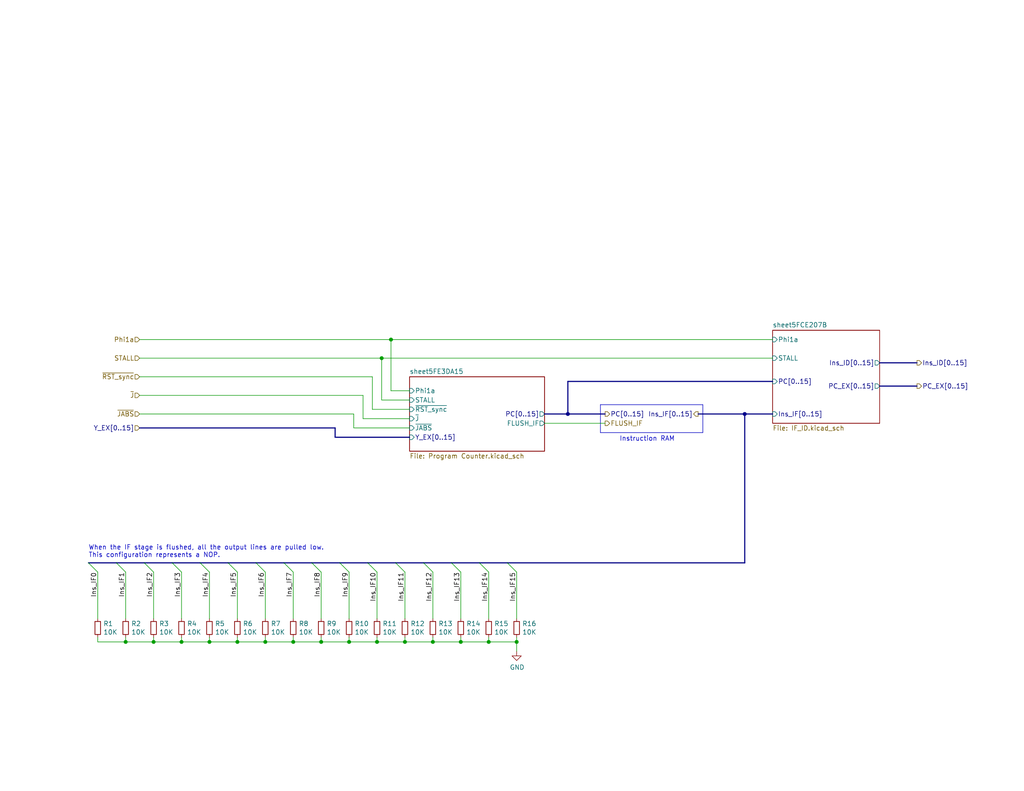
<source format=kicad_sch>
(kicad_sch (version 20250114) (generator "eeschema") (generator_version "9.0")
  (paper "USLetter")
  (title_block (title "IF") (date "2023-11-25") (rev "A"))
  (lib_symbols
    (symbol "Device:R_Small" (pin_numbers (hide yes)) (pin_names (offset 0.254) (hide yes))
      (property "Reference" "R" (at 0.762 0.508 0))
      (property "Value" "R_Small" (at 0.762 -1.016 0))
      (symbol "R_Small_0_1"
        (rectangle (start -0.762 1.778) (end 0.762 -1.778) (stroke (width 0.2032)))
      )
      (symbol "R_Small_1_1"
        (pin passive line (at 0 2.54 270) (length 0.762) (name "~") (number "1"))
        (pin passive line (at 0 -2.54 90) (length 0.762) (name "~") (number "2"))
      )
    )
    (symbol "power:GND" (power) (pin_names (offset 0))
      (property "Value" "GND" (at 0 -3.81 0))
      (symbol "GND_0_1"
        (polyline (pts (xy 0 0) (xy 0 -1.27) (xy 1.27 -1.27) (xy 0 -2.54) (xy -1.27 -1.27) (xy 0 -1.27)))
      )
      (symbol "GND_1_1"
        (pin power_in line (at 0 0 270) (length 0) (hide yes) (name "GND") (number "1"))
      )
    )
  )
  (text "Instruction RAM" (at 184.15 120.65 0) (effects (font (size 1.27 1.27)) (justify right bottom)))
  (text "When the IF stage is flushed, all the output lines are pulled low.\nThis configuration represents a NOP." (at 24.13 152.4 0) (effects (font (size 1.27 1.27)) (justify left bottom)))
  (junction (at 64.77 175.26))
  (junction (at 80.01 175.26))
  (junction (at 87.63 175.26))
  (junction (at 203.2 113.03))
  (junction (at 102.87 175.26))
  (junction (at 57.15 175.26))
  (junction (at 104.14 97.79))
  (junction (at 125.73 175.26))
  (junction (at 72.39 175.26))
  (junction (at 106.68 92.71))
  (junction (at 154.94 113.03))
  (junction (at 34.29 175.26))
  (junction (at 133.35 175.26))
  (junction (at 110.49 175.26))
  (junction (at 49.53 175.26))
  (junction (at 95.25 175.26))
  (junction (at 140.97 175.26))
  (junction (at 118.11 175.26))
  (junction (at 41.91 175.26))
  (bus_entry (at 57.15 156.21) (size -2.54 -2.54))
  (bus_entry (at 87.63 156.21) (size -2.54 -2.54))
  (bus_entry (at 140.97 156.21) (size -2.54 -2.54))
  (bus_entry (at 102.87 156.21) (size -2.54 -2.54))
  (bus_entry (at 95.25 156.21) (size -2.54 -2.54))
  (bus_entry (at 41.91 156.21) (size -2.54 -2.54))
  (bus_entry (at 80.01 156.21) (size -2.54 -2.54))
  (bus_entry (at 118.11 156.21) (size -2.54 -2.54))
  (bus_entry (at 64.77 156.21) (size -2.54 -2.54))
  (bus_entry (at 133.35 156.21) (size -2.54 -2.54))
  (bus_entry (at 125.73 156.21) (size -2.54 -2.54))
  (bus_entry (at 34.29 156.21) (size -2.54 -2.54))
  (bus_entry (at 26.67 156.21) (size -2.54 -2.54))
  (bus_entry (at 49.53 156.21) (size -2.54 -2.54))
  (bus_entry (at 110.49 156.21) (size -2.54 -2.54))
  (bus_entry (at 72.39 156.21) (size -2.54 -2.54))
  (bus (pts (xy 148.59 113.03) (xy 154.94 113.03)))
  (bus (pts (xy 107.95 153.67) (xy 115.57 153.67)))
  (wire (pts (xy 41.91 175.26) (xy 41.91 173.99)))
  (bus (pts (xy 115.57 153.67) (xy 123.19 153.67)))
  (wire (pts (xy 26.67 156.21) (xy 26.67 168.91)))
  (wire (pts (xy 106.68 92.71) (xy 210.82 92.71)))
  (wire (pts (xy 118.11 156.21) (xy 118.11 168.91)))
  (wire (pts (xy 140.97 175.26) (xy 133.35 175.26)))
  (wire (pts (xy 125.73 175.26) (xy 125.73 173.99)))
  (bus (pts (xy 92.71 153.67) (xy 100.33 153.67)))
  (polyline (pts (xy 191.77 110.49) (xy 163.83 110.49)))
  (bus (pts (xy 154.94 104.14) (xy 210.82 104.14)))
  (bus (pts (xy 62.23 153.67) (xy 69.85 153.67)))
  (bus (pts (xy 77.47 153.67) (xy 85.09 153.67)))
  (wire (pts (xy 38.1 107.95) (xy 99.06 107.95)))
  (wire (pts (xy 87.63 156.21) (xy 87.63 168.91)))
  (bus (pts (xy 85.09 153.67) (xy 92.71 153.67)))
  (wire (pts (xy 49.53 175.26) (xy 49.53 173.99)))
  (wire (pts (xy 133.35 175.26) (xy 133.35 173.99)))
  (polyline (pts (xy 163.83 118.11) (xy 191.77 118.11)))
  (wire (pts (xy 102.87 175.26) (xy 102.87 173.99)))
  (bus (pts (xy 250.19 105.41) (xy 240.03 105.41)))
  (bus (pts (xy 111.76 119.38) (xy 91.44 119.38)))
  (wire (pts (xy 101.6 111.76) (xy 101.6 102.87)))
  (wire (pts (xy 102.87 175.26) (xy 95.25 175.26)))
  (wire (pts (xy 148.59 115.57) (xy 165.1 115.57)))
  (wire (pts (xy 95.25 156.21) (xy 95.25 168.91)))
  (wire (pts (xy 26.67 175.26) (xy 26.67 173.99)))
  (wire (pts (xy 95.25 175.26) (xy 87.63 175.26)))
  (wire (pts (xy 110.49 156.21) (xy 110.49 168.91)))
  (wire (pts (xy 72.39 156.21) (xy 72.39 168.91)))
  (wire (pts (xy 38.1 97.79) (xy 104.14 97.79)))
  (wire (pts (xy 87.63 175.26) (xy 87.63 173.99)))
  (wire (pts (xy 210.82 97.79) (xy 104.14 97.79)))
  (wire (pts (xy 57.15 175.26) (xy 49.53 175.26)))
  (wire (pts (xy 38.1 102.87) (xy 101.6 102.87)))
  (wire (pts (xy 41.91 175.26) (xy 34.29 175.26)))
  (bus (pts (xy 123.19 153.67) (xy 130.81 153.67)))
  (bus (pts (xy 138.43 153.67) (xy 203.2 153.67)))
  (wire (pts (xy 133.35 175.26) (xy 125.73 175.26)))
  (wire (pts (xy 64.77 175.26) (xy 64.77 173.99)))
  (wire (pts (xy 118.11 175.26) (xy 118.11 173.99)))
  (wire (pts (xy 80.01 175.26) (xy 72.39 175.26)))
  (wire (pts (xy 64.77 175.26) (xy 57.15 175.26)))
  (wire (pts (xy 95.25 175.26) (xy 95.25 173.99)))
  (bus (pts (xy 203.2 113.03) (xy 210.82 113.03)))
  (wire (pts (xy 110.49 175.26) (xy 110.49 173.99)))
  (wire (pts (xy 111.76 114.3) (xy 99.06 114.3)))
  (polyline (pts (xy 163.83 110.49) (xy 163.83 118.11)))
  (wire (pts (xy 57.15 156.21) (xy 57.15 168.91)))
  (bus (pts (xy 190.5 113.03) (xy 203.2 113.03)))
  (wire (pts (xy 38.1 113.03) (xy 96.52 113.03)))
  (wire (pts (xy 34.29 175.26) (xy 34.29 173.99)))
  (wire (pts (xy 80.01 175.26) (xy 80.01 173.99)))
  (wire (pts (xy 111.76 109.22) (xy 104.14 109.22)))
  (wire (pts (xy 110.49 175.26) (xy 102.87 175.26)))
  (bus (pts (xy 91.44 116.84) (xy 38.1 116.84)))
  (bus (pts (xy 46.99 153.67) (xy 54.61 153.67)))
  (wire (pts (xy 34.29 156.21) (xy 34.29 168.91)))
  (wire (pts (xy 49.53 175.26) (xy 41.91 175.26)))
  (wire (pts (xy 111.76 116.84) (xy 96.52 116.84)))
  (wire (pts (xy 64.77 156.21) (xy 64.77 168.91)))
  (polyline (pts (xy 191.77 118.11) (xy 191.77 110.49)))
  (wire (pts (xy 96.52 116.84) (xy 96.52 113.03)))
  (wire (pts (xy 140.97 156.21) (xy 140.97 168.91)))
  (wire (pts (xy 140.97 175.26) (xy 140.97 173.99)))
  (wire (pts (xy 80.01 156.21) (xy 80.01 168.91)))
  (wire (pts (xy 111.76 111.76) (xy 101.6 111.76)))
  (wire (pts (xy 72.39 175.26) (xy 72.39 173.99)))
  (wire (pts (xy 111.76 106.68) (xy 106.68 106.68)))
  (wire (pts (xy 72.39 175.26) (xy 64.77 175.26)))
  (bus (pts (xy 54.61 153.67) (xy 62.23 153.67)))
  (wire (pts (xy 38.1 92.71) (xy 106.68 92.71)))
  (bus (pts (xy 203.2 153.67) (xy 203.2 113.03)))
  (wire (pts (xy 125.73 175.26) (xy 118.11 175.26)))
  (bus (pts (xy 240.03 99.06) (xy 250.19 99.06)))
  (wire (pts (xy 102.87 156.21) (xy 102.87 168.91)))
  (wire (pts (xy 87.63 175.26) (xy 80.01 175.26)))
  (bus (pts (xy 91.44 119.38) (xy 91.44 116.84)))
  (bus (pts (xy 69.85 153.67) (xy 77.47 153.67)))
  (wire (pts (xy 57.15 175.26) (xy 57.15 173.99)))
  (bus (pts (xy 130.81 153.67) (xy 138.43 153.67)))
  (wire (pts (xy 125.73 156.21) (xy 125.73 168.91)))
  (wire (pts (xy 99.06 114.3) (xy 99.06 107.95)))
  (wire (pts (xy 133.35 156.21) (xy 133.35 168.91)))
  (wire (pts (xy 41.91 156.21) (xy 41.91 168.91)))
  (bus (pts (xy 100.33 153.67) (xy 107.95 153.67)))
  (bus (pts (xy 24.13 153.67) (xy 31.75 153.67)))
  (bus (pts (xy 165.1 113.03) (xy 154.94 113.03)))
  (wire (pts (xy 140.97 177.8) (xy 140.97 175.26)))
  (bus (pts (xy 39.37 153.67) (xy 46.99 153.67)))
  (wire (pts (xy 34.29 175.26) (xy 26.67 175.26)))
  (bus (pts (xy 31.75 153.67) (xy 39.37 153.67)))
  (wire (pts (xy 49.53 156.21) (xy 49.53 168.91)))
  (wire (pts (xy 104.14 97.79) (xy 104.14 109.22)))
  (bus (pts (xy 154.94 113.03) (xy 154.94 104.14)))
  (wire (pts (xy 118.11 175.26) (xy 110.49 175.26)))
  (wire (pts (xy 106.68 92.71) (xy 106.68 106.68)))
  (label "Ins_IF11" (at 110.49 156.21 270))
  (label "Ins_IF13" (at 125.73 156.21 270))
  (label "Ins_IF6" (at 72.39 156.21 270))
  (label "Ins_IF12" (at 118.11 156.21 270))
  (label "Ins_IF14" (at 133.35 156.21 270))
  (label "Ins_IF1" (at 34.29 156.21 270))
  (label "Ins_IF10" (at 102.87 156.21 270))
  (label "Ins_IF5" (at 64.77 156.21 270))
  (label "Ins_IF0" (at 26.67 156.21 270))
  (label "Ins_IF8" (at 87.63 156.21 270))
  (label "Ins_IF9" (at 95.25 156.21 270))
  (label "Ins_IF7" (at 80.01 156.21 270))
  (label "Ins_IF3" (at 49.53 156.21 270))
  (label "Ins_IF15" (at 140.97 156.21 270))
  (label "Ins_IF2" (at 41.91 156.21 270))
  (label "Ins_IF4" (at 57.15 156.21 270))
  (hierarchical_label "Phi1a" (shape input) (at 38.1 92.71 180))
  (hierarchical_label "~{RST_sync}" (shape input) (at 38.1 102.87 180))
  (hierarchical_label "~{J}" (shape input) (at 38.1 107.95 180))
  (hierarchical_label "Ins_IF[0..15]" (shape output) (at 190.5 113.03 180))
  (hierarchical_label "PC[0..15]" (shape output) (at 165.1 113.03 0))
  (hierarchical_label "STALL" (shape input) (at 38.1 97.79 180))
  (hierarchical_label "PC_EX[0..15]" (shape output) (at 250.19 105.41 0))
  (hierarchical_label "Y_EX[0..15]" (shape input) (at 38.1 116.84 180))
  (hierarchical_label "~{JABS}" (shape input) (at 38.1 113.03 180))
  (hierarchical_label "Ins_ID[0..15]" (shape output) (at 250.19 99.06 0))
  (hierarchical_label "FLUSH_IF" (shape output) (at 165.1 115.57 0))
  (symbol (lib_id "Device:R_Small") (at 133.35 171.45 0) (unit 1)
    (property "Reference" "R15" (at 134.8486 170.2816 0) (effects (justify left)))
    (property "Value" "10K" (at 134.8486 172.593 0) (effects (justify left)))
    (property "Footprint" "Resistor_SMD:R_0603_1608Metric" (effects (hide yes)))
    (property "Datasheet" "https://www.mouser.com/datasheet/2/54/cr-1858361.pdf" (effects (hide yes)))
    (property "Manufacturer" "Bourns" (effects (hide yes)))
    (property "Manufacturer#" "CR0603-FX-1002ELF" (effects (hide yes)))
    (property "Mouser#" "652-CR0603FX-1002ELF" (effects (hide yes)))
    (property "Digikey#" "CR0603-FX-1002ELFCT-N" (effects (hide yes)))
  )
  (symbol (lib_id "Device:R_Small") (at 64.77 171.45 0) (unit 1)
    (property "Reference" "R6" (at 66.2686 170.2816 0) (effects (justify left)))
    (property "Value" "10K" (at 66.2686 172.593 0) (effects (justify left)))
    (property "Footprint" "Resistor_SMD:R_0603_1608Metric" (effects (hide yes)))
    (property "Datasheet" "https://www.mouser.com/datasheet/2/54/cr-1858361.pdf" (effects (hide yes)))
    (property "Manufacturer" "Bourns" (effects (hide yes)))
    (property "Manufacturer#" "CR0603-FX-1002ELF" (effects (hide yes)))
    (property "Mouser#" "652-CR0603FX-1002ELF" (effects (hide yes)))
    (property "Digikey#" "CR0603-FX-1002ELFCT-N" (effects (hide yes)))
  )
  (symbol (lib_id "Device:R_Small") (at 110.49 171.45 0) (unit 1)
    (property "Reference" "R12" (at 111.9886 170.2816 0) (effects (justify left)))
    (property "Value" "10K" (at 111.9886 172.593 0) (effects (justify left)))
    (property "Footprint" "Resistor_SMD:R_0603_1608Metric" (effects (hide yes)))
    (property "Datasheet" "https://www.mouser.com/datasheet/2/54/cr-1858361.pdf" (effects (hide yes)))
    (property "Manufacturer" "Bourns" (effects (hide yes)))
    (property "Manufacturer#" "CR0603-FX-1002ELF" (effects (hide yes)))
    (property "Mouser#" "652-CR0603FX-1002ELF" (effects (hide yes)))
    (property "Digikey#" "CR0603-FX-1002ELFCT-N" (effects (hide yes)))
  )
  (symbol (lib_id "Device:R_Small") (at 95.25 171.45 0) (unit 1)
    (property "Reference" "R10" (at 96.7486 170.2816 0) (effects (justify left)))
    (property "Value" "10K" (at 96.7486 172.593 0) (effects (justify left)))
    (property "Footprint" "Resistor_SMD:R_0603_1608Metric" (effects (hide yes)))
    (property "Datasheet" "https://www.mouser.com/datasheet/2/54/cr-1858361.pdf" (effects (hide yes)))
    (property "Manufacturer" "Bourns" (effects (hide yes)))
    (property "Manufacturer#" "CR0603-FX-1002ELF" (effects (hide yes)))
    (property "Mouser#" "652-CR0603FX-1002ELF" (effects (hide yes)))
    (property "Digikey#" "CR0603-FX-1002ELFCT-N" (effects (hide yes)))
  )
  (symbol (lib_id "Device:R_Small") (at 118.11 171.45 0) (unit 1)
    (property "Reference" "R13" (at 119.6086 170.2816 0) (effects (justify left)))
    (property "Value" "10K" (at 119.6086 172.593 0) (effects (justify left)))
    (property "Footprint" "Resistor_SMD:R_0603_1608Metric" (effects (hide yes)))
    (property "Datasheet" "https://www.mouser.com/datasheet/2/54/cr-1858361.pdf" (effects (hide yes)))
    (property "Manufacturer" "Bourns" (effects (hide yes)))
    (property "Manufacturer#" "CR0603-FX-1002ELF" (effects (hide yes)))
    (property "Mouser#" "652-CR0603FX-1002ELF" (effects (hide yes)))
    (property "Digikey#" "CR0603-FX-1002ELFCT-N" (effects (hide yes)))
  )
  (symbol (lib_id "Device:R_Small") (at 87.63 171.45 0) (unit 1)
    (property "Reference" "R9" (at 89.1286 170.2816 0) (effects (justify left)))
    (property "Value" "10K" (at 89.1286 172.593 0) (effects (justify left)))
    (property "Footprint" "Resistor_SMD:R_0603_1608Metric" (effects (hide yes)))
    (property "Datasheet" "https://www.mouser.com/datasheet/2/54/cr-1858361.pdf" (effects (hide yes)))
    (property "Manufacturer" "Bourns" (effects (hide yes)))
    (property "Manufacturer#" "CR0603-FX-1002ELF" (effects (hide yes)))
    (property "Mouser#" "652-CR0603FX-1002ELF" (effects (hide yes)))
    (property "Digikey#" "CR0603-FX-1002ELFCT-N" (effects (hide yes)))
  )
  (symbol (lib_id "Device:R_Small") (at 57.15 171.45 0) (unit 1)
    (property "Reference" "R5" (at 58.6486 170.2816 0) (effects (justify left)))
    (property "Value" "10K" (at 58.6486 172.593 0) (effects (justify left)))
    (property "Footprint" "Resistor_SMD:R_0603_1608Metric" (effects (hide yes)))
    (property "Datasheet" "https://www.mouser.com/datasheet/2/54/cr-1858361.pdf" (effects (hide yes)))
    (property "Manufacturer" "Bourns" (effects (hide yes)))
    (property "Manufacturer#" "CR0603-FX-1002ELF" (effects (hide yes)))
    (property "Mouser#" "652-CR0603FX-1002ELF" (effects (hide yes)))
    (property "Digikey#" "CR0603-FX-1002ELFCT-N" (effects (hide yes)))
  )
  (symbol (lib_id "Device:R_Small") (at 102.87 171.45 0) (unit 1)
    (property "Reference" "R11" (at 104.3686 170.2816 0) (effects (justify left)))
    (property "Value" "10K" (at 104.3686 172.593 0) (effects (justify left)))
    (property "Footprint" "Resistor_SMD:R_0603_1608Metric" (effects (hide yes)))
    (property "Datasheet" "https://www.mouser.com/datasheet/2/54/cr-1858361.pdf" (effects (hide yes)))
    (property "Manufacturer" "Bourns" (effects (hide yes)))
    (property "Manufacturer#" "CR0603-FX-1002ELF" (effects (hide yes)))
    (property "Mouser#" "652-CR0603FX-1002ELF" (effects (hide yes)))
    (property "Digikey#" "CR0603-FX-1002ELFCT-N" (effects (hide yes)))
  )
  (symbol (lib_id "Device:R_Small") (at 41.91 171.45 0) (unit 1)
    (property "Reference" "R3" (at 43.4086 170.2816 0) (effects (justify left)))
    (property "Value" "10K" (at 43.4086 172.593 0) (effects (justify left)))
    (property "Footprint" "Resistor_SMD:R_0603_1608Metric" (effects (hide yes)))
    (property "Datasheet" "https://www.mouser.com/datasheet/2/54/cr-1858361.pdf" (effects (hide yes)))
    (property "Manufacturer" "Bourns" (effects (hide yes)))
    (property "Manufacturer#" "CR0603-FX-1002ELF" (effects (hide yes)))
    (property "Mouser#" "652-CR0603FX-1002ELF" (effects (hide yes)))
    (property "Digikey#" "CR0603-FX-1002ELFCT-N" (effects (hide yes)))
  )
  (symbol (lib_id "Device:R_Small") (at 72.39 171.45 0) (unit 1)
    (property "Reference" "R7" (at 73.8886 170.2816 0) (effects (justify left)))
    (property "Value" "10K" (at 73.8886 172.593 0) (effects (justify left)))
    (property "Footprint" "Resistor_SMD:R_0603_1608Metric" (effects (hide yes)))
    (property "Datasheet" "https://www.mouser.com/datasheet/2/54/cr-1858361.pdf" (effects (hide yes)))
    (property "Manufacturer" "Bourns" (effects (hide yes)))
    (property "Manufacturer#" "CR0603-FX-1002ELF" (effects (hide yes)))
    (property "Mouser#" "652-CR0603FX-1002ELF" (effects (hide yes)))
    (property "Digikey#" "CR0603-FX-1002ELFCT-N" (effects (hide yes)))
  )
  (symbol (lib_id "Device:R_Small") (at 49.53 171.45 0) (unit 1)
    (property "Reference" "R4" (at 51.0286 170.2816 0) (effects (justify left)))
    (property "Value" "10K" (at 51.0286 172.593 0) (effects (justify left)))
    (property "Footprint" "Resistor_SMD:R_0603_1608Metric" (effects (hide yes)))
    (property "Datasheet" "https://www.mouser.com/datasheet/2/54/cr-1858361.pdf" (effects (hide yes)))
    (property "Manufacturer" "Bourns" (effects (hide yes)))
    (property "Manufacturer#" "CR0603-FX-1002ELF" (effects (hide yes)))
    (property "Mouser#" "652-CR0603FX-1002ELF" (effects (hide yes)))
    (property "Digikey#" "CR0603-FX-1002ELFCT-N" (effects (hide yes)))
  )
  (symbol (lib_id "Device:R_Small") (at 34.29 171.45 0) (unit 1)
    (property "Reference" "R2" (at 35.7886 170.2816 0) (effects (justify left)))
    (property "Value" "10K" (at 35.7886 172.593 0) (effects (justify left)))
    (property "Footprint" "Resistor_SMD:R_0603_1608Metric" (effects (hide yes)))
    (property "Datasheet" "https://www.mouser.com/datasheet/2/54/cr-1858361.pdf" (effects (hide yes)))
    (property "Manufacturer" "Bourns" (effects (hide yes)))
    (property "Manufacturer#" "CR0603-FX-1002ELF" (effects (hide yes)))
    (property "Mouser#" "652-CR0603FX-1002ELF" (effects (hide yes)))
    (property "Digikey#" "CR0603-FX-1002ELFCT-N" (effects (hide yes)))
  )
  (symbol (lib_id "power:GND") (at 140.97 177.8 0) (unit 1)
    (property "Reference" "#PWR0335" (effects (hide yes)))
    (property "Value" "GND" (at 141.097 182.1942 0))
  )
  (symbol (lib_id "Device:R_Small") (at 80.01 171.45 0) (unit 1)
    (property "Reference" "R8" (at 81.5086 170.2816 0) (effects (justify left)))
    (property "Value" "10K" (at 81.5086 172.593 0) (effects (justify left)))
    (property "Footprint" "Resistor_SMD:R_0603_1608Metric" (effects (hide yes)))
    (property "Datasheet" "https://www.mouser.com/datasheet/2/54/cr-1858361.pdf" (effects (hide yes)))
    (property "Manufacturer" "Bourns" (effects (hide yes)))
    (property "Manufacturer#" "CR0603-FX-1002ELF" (effects (hide yes)))
    (property "Mouser#" "652-CR0603FX-1002ELF" (effects (hide yes)))
    (property "Digikey#" "CR0603-FX-1002ELFCT-N" (effects (hide yes)))
  )
  (symbol (lib_id "Device:R_Small") (at 125.73 171.45 0) (unit 1)
    (property "Reference" "R14" (at 127.2286 170.2816 0) (effects (justify left)))
    (property "Value" "10K" (at 127.2286 172.593 0) (effects (justify left)))
    (property "Footprint" "Resistor_SMD:R_0603_1608Metric" (effects (hide yes)))
    (property "Datasheet" "https://www.mouser.com/datasheet/2/54/cr-1858361.pdf" (effects (hide yes)))
    (property "Manufacturer" "Bourns" (effects (hide yes)))
    (property "Manufacturer#" "CR0603-FX-1002ELF" (effects (hide yes)))
    (property "Mouser#" "652-CR0603FX-1002ELF" (effects (hide yes)))
    (property "Digikey#" "CR0603-FX-1002ELFCT-N" (effects (hide yes)))
  )
  (symbol (lib_id "Device:R_Small") (at 26.67 171.45 0) (unit 1)
    (property "Reference" "R1" (at 28.1686 170.2816 0) (effects (justify left)))
    (property "Value" "10K" (at 28.1686 172.593 0) (effects (justify left)))
    (property "Footprint" "Resistor_SMD:R_0603_1608Metric" (effects (hide yes)))
    (property "Datasheet" "https://www.mouser.com/datasheet/2/54/cr-1858361.pdf" (effects (hide yes)))
    (property "Manufacturer" "Bourns" (effects (hide yes)))
    (property "Manufacturer#" "CR0603-FX-1002ELF" (effects (hide yes)))
    (property "Mouser#" "652-CR0603FX-1002ELF" (effects (hide yes)))
    (property "Digikey#" "CR0603-FX-1002ELFCT-N" (effects (hide yes)))
  )
  (symbol (lib_id "Device:R_Small") (at 140.97 171.45 0) (unit 1)
    (property "Reference" "R16" (at 142.4686 170.2816 0) (effects (justify left)))
    (property "Value" "10K" (at 142.4686 172.593 0) (effects (justify left)))
    (property "Footprint" "Resistor_SMD:R_0603_1608Metric" (effects (hide yes)))
    (property "Datasheet" "https://www.mouser.com/datasheet/2/54/cr-1858361.pdf" (effects (hide yes)))
    (property "Manufacturer" "Bourns" (effects (hide yes)))
    (property "Manufacturer#" "CR0603-FX-1002ELF" (effects (hide yes)))
    (property "Mouser#" "652-CR0603FX-1002ELF" (effects (hide yes)))
    (property "Digikey#" "CR0603-FX-1002ELFCT-N" (effects (hide yes)))
  )
  (sheet (at 210.82 90.17) (size 29.21 25.4)
    (property "Sheetname" "sheet5FCE207B" (at 210.82 89.4584 0) (effects (justify left bottom)))
    (property "Sheetfile" "IF_ID.kicad_sch" (at 210.82 116.1546 0) (effects (justify left top)))
    (pin "PC[0..15]" input (at 210.82 104.14 180))
    (pin "PC_EX[0..15]" output (at 240.03 105.41 0))
    (pin "Ins_IF[0..15]" input (at 210.82 113.03 180))
    (pin "Ins_ID[0..15]" output (at 240.03 99.06 0))
    (pin "STALL" input (at 210.82 97.79 180))
    (pin "Phi1a" input (at 210.82 92.71 180))
  )
  (sheet (at 111.76 102.87) (size 36.83 20.32)
    (property "Sheetname" "sheet5FE3DA15" (at 111.76 102.1584 0) (effects (justify left bottom)))
    (property "Sheetfile" "Program Counter.kicad_sch" (at 111.76 123.7746 0) (effects (justify left top)))
    (pin "~{RST_sync}" input (at 111.76 111.76 180))
    (pin "~{J}" input (at 111.76 114.3 180))
    (pin "PC[0..15]" output (at 148.59 113.03 0))
    (pin "Y_EX[0..15]" input (at 111.76 119.38 180))
    (pin "~{JABS}" input (at 111.76 116.84 180))
    (pin "STALL" input (at 111.76 109.22 180))
    (pin "FLUSH_IF" output (at 148.59 115.57 0))
    (pin "Phi1a" input (at 111.76 106.68 180))
  )
)
</source>
